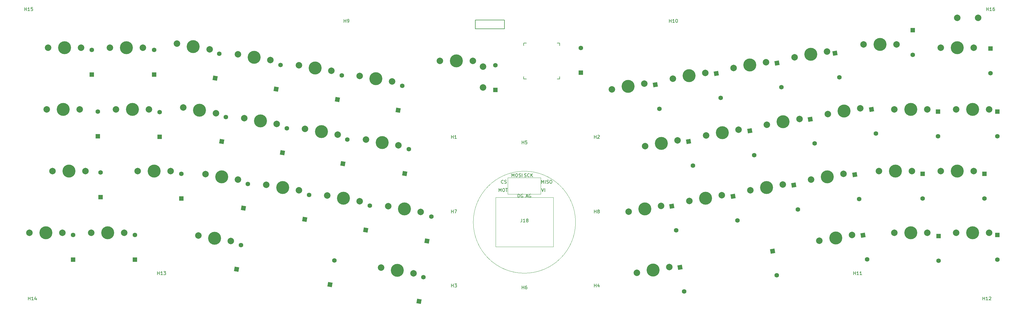
<source format=gbr>
G04 #@! TF.GenerationSoftware,KiCad,Pcbnew,(6.0.0-0)*
G04 #@! TF.CreationDate,2022-01-02T14:27:22+09:00*
G04 #@! TF.ProjectId,aliceball,616c6963-6562-4616-9c6c-2e6b69636164,rev?*
G04 #@! TF.SameCoordinates,Original*
G04 #@! TF.FileFunction,Legend,Top*
G04 #@! TF.FilePolarity,Positive*
%FSLAX46Y46*%
G04 Gerber Fmt 4.6, Leading zero omitted, Abs format (unit mm)*
G04 Created by KiCad (PCBNEW (6.0.0-0)) date 2022-01-02 14:27:22*
%MOMM*%
%LPD*%
G01*
G04 APERTURE LIST*
G04 Aperture macros list*
%AMRotRect*
0 Rectangle, with rotation*
0 The origin of the aperture is its center*
0 $1 length*
0 $2 width*
0 $3 Rotation angle, in degrees counterclockwise*
0 Add horizontal line*
21,1,$1,$2,0,0,$3*%
G04 Aperture macros list end*
%ADD10C,0.150000*%
%ADD11C,0.120000*%
%ADD12C,2.000000*%
%ADD13C,4.000000*%
%ADD14R,1.397000X1.397000*%
%ADD15C,1.397000*%
%ADD16RotRect,1.397000X1.397000X280.000000*%
%ADD17RotRect,1.397000X1.397000X80.000000*%
G04 APERTURE END LIST*
D10*
X317277904Y-107932880D02*
X317277904Y-106932880D01*
X317277904Y-107409071D02*
X317849333Y-107409071D01*
X317849333Y-107932880D02*
X317849333Y-106932880D01*
X318849333Y-107932880D02*
X318277904Y-107932880D01*
X318563619Y-107932880D02*
X318563619Y-106932880D01*
X318468380Y-107075738D01*
X318373142Y-107170976D01*
X318277904Y-107218595D01*
X319230285Y-107028119D02*
X319277904Y-106980500D01*
X319373142Y-106932880D01*
X319611238Y-106932880D01*
X319706476Y-106980500D01*
X319754095Y-107028119D01*
X319801714Y-107123357D01*
X319801714Y-107218595D01*
X319754095Y-107361452D01*
X319182666Y-107932880D01*
X319801714Y-107932880D01*
X197548595Y-103932380D02*
X197548595Y-102932380D01*
X197548595Y-103408571D02*
X198120023Y-103408571D01*
X198120023Y-103932380D02*
X198120023Y-102932380D01*
X199024785Y-103265714D02*
X199024785Y-103932380D01*
X198786690Y-102884761D02*
X198548595Y-103599047D01*
X199167642Y-103599047D01*
X22002904Y-18588380D02*
X22002904Y-17588380D01*
X22002904Y-18064571D02*
X22574333Y-18064571D01*
X22574333Y-18588380D02*
X22574333Y-17588380D01*
X23574333Y-18588380D02*
X23002904Y-18588380D01*
X23288619Y-18588380D02*
X23288619Y-17588380D01*
X23193380Y-17731238D01*
X23098142Y-17826476D01*
X23002904Y-17874095D01*
X24479095Y-17588380D02*
X24002904Y-17588380D01*
X23955285Y-18064571D01*
X24002904Y-18016952D01*
X24098142Y-17969333D01*
X24336238Y-17969333D01*
X24431476Y-18016952D01*
X24479095Y-18064571D01*
X24526714Y-18159809D01*
X24526714Y-18397904D01*
X24479095Y-18493142D01*
X24431476Y-18540761D01*
X24336238Y-18588380D01*
X24098142Y-18588380D01*
X24002904Y-18540761D01*
X23955285Y-18493142D01*
X318420904Y-18588380D02*
X318420904Y-17588380D01*
X318420904Y-18064571D02*
X318992333Y-18064571D01*
X318992333Y-18588380D02*
X318992333Y-17588380D01*
X319992333Y-18588380D02*
X319420904Y-18588380D01*
X319706619Y-18588380D02*
X319706619Y-17588380D01*
X319611380Y-17731238D01*
X319516142Y-17826476D01*
X319420904Y-17874095D01*
X320849476Y-17588380D02*
X320659000Y-17588380D01*
X320563761Y-17636000D01*
X320516142Y-17683619D01*
X320420904Y-17826476D01*
X320373285Y-18016952D01*
X320373285Y-18397904D01*
X320420904Y-18493142D01*
X320468523Y-18540761D01*
X320563761Y-18588380D01*
X320754238Y-18588380D01*
X320849476Y-18540761D01*
X320897095Y-18493142D01*
X320944714Y-18397904D01*
X320944714Y-18159809D01*
X320897095Y-18064571D01*
X320849476Y-18016952D01*
X320754238Y-17969333D01*
X320563761Y-17969333D01*
X320468523Y-18016952D01*
X320420904Y-18064571D01*
X320373285Y-18159809D01*
X62960404Y-100122380D02*
X62960404Y-99122380D01*
X62960404Y-99598571D02*
X63531833Y-99598571D01*
X63531833Y-100122380D02*
X63531833Y-99122380D01*
X64531833Y-100122380D02*
X63960404Y-100122380D01*
X64246119Y-100122380D02*
X64246119Y-99122380D01*
X64150880Y-99265238D01*
X64055642Y-99360476D01*
X63960404Y-99408095D01*
X64865166Y-99122380D02*
X65484214Y-99122380D01*
X65150880Y-99503333D01*
X65293738Y-99503333D01*
X65388976Y-99550952D01*
X65436595Y-99598571D01*
X65484214Y-99693809D01*
X65484214Y-99931904D01*
X65436595Y-100027142D01*
X65388976Y-100074761D01*
X65293738Y-100122380D01*
X65008023Y-100122380D01*
X64912785Y-100074761D01*
X64865166Y-100027142D01*
X220694404Y-22207880D02*
X220694404Y-21207880D01*
X220694404Y-21684071D02*
X221265833Y-21684071D01*
X221265833Y-22207880D02*
X221265833Y-21207880D01*
X222265833Y-22207880D02*
X221694404Y-22207880D01*
X221980119Y-22207880D02*
X221980119Y-21207880D01*
X221884880Y-21350738D01*
X221789642Y-21445976D01*
X221694404Y-21493595D01*
X222884880Y-21207880D02*
X222980119Y-21207880D01*
X223075357Y-21255500D01*
X223122976Y-21303119D01*
X223170595Y-21398357D01*
X223218214Y-21588833D01*
X223218214Y-21826928D01*
X223170595Y-22017404D01*
X223122976Y-22112642D01*
X223075357Y-22160261D01*
X222980119Y-22207880D01*
X222884880Y-22207880D01*
X222789642Y-22160261D01*
X222742023Y-22112642D01*
X222694404Y-22017404D01*
X222646785Y-21826928D01*
X222646785Y-21588833D01*
X222694404Y-21398357D01*
X222742023Y-21303119D01*
X222789642Y-21255500D01*
X222884880Y-21207880D01*
X175212476Y-82840380D02*
X175212476Y-83554666D01*
X175164857Y-83697523D01*
X175069619Y-83792761D01*
X174926761Y-83840380D01*
X174831523Y-83840380D01*
X176212476Y-83840380D02*
X175641047Y-83840380D01*
X175926761Y-83840380D02*
X175926761Y-82840380D01*
X175831523Y-82983238D01*
X175736285Y-83078476D01*
X175641047Y-83126095D01*
X176783904Y-83268952D02*
X176688666Y-83221333D01*
X176641047Y-83173714D01*
X176593428Y-83078476D01*
X176593428Y-83030857D01*
X176641047Y-82935619D01*
X176688666Y-82888000D01*
X176783904Y-82840380D01*
X176974380Y-82840380D01*
X177069619Y-82888000D01*
X177117238Y-82935619D01*
X177164857Y-83030857D01*
X177164857Y-83078476D01*
X177117238Y-83173714D01*
X177069619Y-83221333D01*
X176974380Y-83268952D01*
X176783904Y-83268952D01*
X176688666Y-83316571D01*
X176641047Y-83364190D01*
X176593428Y-83459428D01*
X176593428Y-83649904D01*
X176641047Y-83745142D01*
X176688666Y-83792761D01*
X176783904Y-83840380D01*
X176974380Y-83840380D01*
X177069619Y-83792761D01*
X177117238Y-83745142D01*
X177164857Y-83649904D01*
X177164857Y-83459428D01*
X177117238Y-83364190D01*
X177069619Y-83316571D01*
X176974380Y-83268952D01*
X176006285Y-69814761D02*
X176149142Y-69862380D01*
X176387238Y-69862380D01*
X176482476Y-69814761D01*
X176530095Y-69767142D01*
X176577714Y-69671904D01*
X176577714Y-69576666D01*
X176530095Y-69481428D01*
X176482476Y-69433809D01*
X176387238Y-69386190D01*
X176196761Y-69338571D01*
X176101523Y-69290952D01*
X176053904Y-69243333D01*
X176006285Y-69148095D01*
X176006285Y-69052857D01*
X176053904Y-68957619D01*
X176101523Y-68910000D01*
X176196761Y-68862380D01*
X176434857Y-68862380D01*
X176577714Y-68910000D01*
X177577714Y-69767142D02*
X177530095Y-69814761D01*
X177387238Y-69862380D01*
X177292000Y-69862380D01*
X177149142Y-69814761D01*
X177053904Y-69719523D01*
X177006285Y-69624285D01*
X176958666Y-69433809D01*
X176958666Y-69290952D01*
X177006285Y-69100476D01*
X177053904Y-69005238D01*
X177149142Y-68910000D01*
X177292000Y-68862380D01*
X177387238Y-68862380D01*
X177530095Y-68910000D01*
X177577714Y-68957619D01*
X178006285Y-69862380D02*
X178006285Y-68862380D01*
X178577714Y-69862380D02*
X178149142Y-69290952D01*
X178577714Y-68862380D02*
X178006285Y-69433809D01*
X172164571Y-69862380D02*
X172164571Y-68862380D01*
X172497904Y-69576666D01*
X172831238Y-68862380D01*
X172831238Y-69862380D01*
X173497904Y-68862380D02*
X173688380Y-68862380D01*
X173783619Y-68910000D01*
X173878857Y-69005238D01*
X173926476Y-69195714D01*
X173926476Y-69529047D01*
X173878857Y-69719523D01*
X173783619Y-69814761D01*
X173688380Y-69862380D01*
X173497904Y-69862380D01*
X173402666Y-69814761D01*
X173307428Y-69719523D01*
X173259809Y-69529047D01*
X173259809Y-69195714D01*
X173307428Y-69005238D01*
X173402666Y-68910000D01*
X173497904Y-68862380D01*
X174307428Y-69814761D02*
X174450285Y-69862380D01*
X174688380Y-69862380D01*
X174783619Y-69814761D01*
X174831238Y-69767142D01*
X174878857Y-69671904D01*
X174878857Y-69576666D01*
X174831238Y-69481428D01*
X174783619Y-69433809D01*
X174688380Y-69386190D01*
X174497904Y-69338571D01*
X174402666Y-69290952D01*
X174355047Y-69243333D01*
X174307428Y-69148095D01*
X174307428Y-69052857D01*
X174355047Y-68957619D01*
X174402666Y-68910000D01*
X174497904Y-68862380D01*
X174736000Y-68862380D01*
X174878857Y-68910000D01*
X175307428Y-69862380D02*
X175307428Y-68862380D01*
X181292571Y-73434380D02*
X181625904Y-74434380D01*
X181959238Y-73434380D01*
X182292571Y-74434380D02*
X182292571Y-73434380D01*
X173990095Y-76212380D02*
X173990095Y-75212380D01*
X174228190Y-75212380D01*
X174371047Y-75260000D01*
X174466285Y-75355238D01*
X174513904Y-75450476D01*
X174561523Y-75640952D01*
X174561523Y-75783809D01*
X174513904Y-75974285D01*
X174466285Y-76069523D01*
X174371047Y-76164761D01*
X174228190Y-76212380D01*
X173990095Y-76212380D01*
X175513904Y-75260000D02*
X175418666Y-75212380D01*
X175275809Y-75212380D01*
X175132952Y-75260000D01*
X175037714Y-75355238D01*
X174990095Y-75450476D01*
X174942476Y-75640952D01*
X174942476Y-75783809D01*
X174990095Y-75974285D01*
X175037714Y-76069523D01*
X175132952Y-76164761D01*
X175275809Y-76212380D01*
X175371047Y-76212380D01*
X175513904Y-76164761D01*
X175561523Y-76117142D01*
X175561523Y-75783809D01*
X175371047Y-75783809D01*
X176553904Y-75926666D02*
X177030095Y-75926666D01*
X176458666Y-76212380D02*
X176792000Y-75212380D01*
X177125333Y-76212380D01*
X177982476Y-75260000D02*
X177887238Y-75212380D01*
X177744380Y-75212380D01*
X177601523Y-75260000D01*
X177506285Y-75355238D01*
X177458666Y-75450476D01*
X177411047Y-75640952D01*
X177411047Y-75783809D01*
X177458666Y-75974285D01*
X177506285Y-76069523D01*
X177601523Y-76164761D01*
X177744380Y-76212380D01*
X177839619Y-76212380D01*
X177982476Y-76164761D01*
X178030095Y-76117142D01*
X178030095Y-75783809D01*
X177839619Y-75783809D01*
X168179904Y-74434380D02*
X168179904Y-73434380D01*
X168513238Y-74148666D01*
X168846571Y-73434380D01*
X168846571Y-74434380D01*
X169513238Y-73434380D02*
X169703714Y-73434380D01*
X169798952Y-73482000D01*
X169894190Y-73577238D01*
X169941809Y-73767714D01*
X169941809Y-74101047D01*
X169894190Y-74291523D01*
X169798952Y-74386761D01*
X169703714Y-74434380D01*
X169513238Y-74434380D01*
X169418000Y-74386761D01*
X169322761Y-74291523D01*
X169275142Y-74101047D01*
X169275142Y-73767714D01*
X169322761Y-73577238D01*
X169418000Y-73482000D01*
X169513238Y-73434380D01*
X170227523Y-73434380D02*
X170798952Y-73434380D01*
X170513238Y-74434380D02*
X170513238Y-73434380D01*
X169505333Y-71799142D02*
X169457714Y-71846761D01*
X169314857Y-71894380D01*
X169219619Y-71894380D01*
X169076761Y-71846761D01*
X168981523Y-71751523D01*
X168933904Y-71656285D01*
X168886285Y-71465809D01*
X168886285Y-71322952D01*
X168933904Y-71132476D01*
X168981523Y-71037238D01*
X169076761Y-70942000D01*
X169219619Y-70894380D01*
X169314857Y-70894380D01*
X169457714Y-70942000D01*
X169505333Y-70989619D01*
X169886285Y-71846761D02*
X170029142Y-71894380D01*
X170267238Y-71894380D01*
X170362476Y-71846761D01*
X170410095Y-71799142D01*
X170457714Y-71703904D01*
X170457714Y-71608666D01*
X170410095Y-71513428D01*
X170362476Y-71465809D01*
X170267238Y-71418190D01*
X170076761Y-71370571D01*
X169981523Y-71322952D01*
X169933904Y-71275333D01*
X169886285Y-71180095D01*
X169886285Y-71084857D01*
X169933904Y-70989619D01*
X169981523Y-70942000D01*
X170076761Y-70894380D01*
X170314857Y-70894380D01*
X170457714Y-70942000D01*
X181308571Y-71894380D02*
X181308571Y-70894380D01*
X181641904Y-71608666D01*
X181975238Y-70894380D01*
X181975238Y-71894380D01*
X182451428Y-71894380D02*
X182451428Y-70894380D01*
X182880000Y-71846761D02*
X183022857Y-71894380D01*
X183260952Y-71894380D01*
X183356190Y-71846761D01*
X183403809Y-71799142D01*
X183451428Y-71703904D01*
X183451428Y-71608666D01*
X183403809Y-71513428D01*
X183356190Y-71465809D01*
X183260952Y-71418190D01*
X183070476Y-71370571D01*
X182975238Y-71322952D01*
X182927619Y-71275333D01*
X182880000Y-71180095D01*
X182880000Y-71084857D01*
X182927619Y-70989619D01*
X182975238Y-70942000D01*
X183070476Y-70894380D01*
X183308571Y-70894380D01*
X183451428Y-70942000D01*
X184070476Y-70894380D02*
X184260952Y-70894380D01*
X184356190Y-70942000D01*
X184451428Y-71037238D01*
X184499047Y-71227714D01*
X184499047Y-71561047D01*
X184451428Y-71751523D01*
X184356190Y-71846761D01*
X184260952Y-71894380D01*
X184070476Y-71894380D01*
X183975238Y-71846761D01*
X183880000Y-71751523D01*
X183832380Y-71561047D01*
X183832380Y-71227714D01*
X183880000Y-71037238D01*
X183975238Y-70942000D01*
X184070476Y-70894380D01*
X197548595Y-58021880D02*
X197548595Y-57021880D01*
X197548595Y-57498071D02*
X198120023Y-57498071D01*
X198120023Y-58021880D02*
X198120023Y-57021880D01*
X198548595Y-57117119D02*
X198596214Y-57069500D01*
X198691452Y-57021880D01*
X198929547Y-57021880D01*
X199024785Y-57069500D01*
X199072404Y-57117119D01*
X199120023Y-57212357D01*
X199120023Y-57307595D01*
X199072404Y-57450452D01*
X198500976Y-58021880D01*
X199120023Y-58021880D01*
X23145904Y-107932880D02*
X23145904Y-106932880D01*
X23145904Y-107409071D02*
X23717333Y-107409071D01*
X23717333Y-107932880D02*
X23717333Y-106932880D01*
X24717333Y-107932880D02*
X24145904Y-107932880D01*
X24431619Y-107932880D02*
X24431619Y-106932880D01*
X24336380Y-107075738D01*
X24241142Y-107170976D01*
X24145904Y-107218595D01*
X25574476Y-107266214D02*
X25574476Y-107932880D01*
X25336380Y-106885261D02*
X25098285Y-107599547D01*
X25717333Y-107599547D01*
X277463404Y-100122380D02*
X277463404Y-99122380D01*
X277463404Y-99598571D02*
X278034833Y-99598571D01*
X278034833Y-100122380D02*
X278034833Y-99122380D01*
X279034833Y-100122380D02*
X278463404Y-100122380D01*
X278749119Y-100122380D02*
X278749119Y-99122380D01*
X278653880Y-99265238D01*
X278558642Y-99360476D01*
X278463404Y-99408095D01*
X279987214Y-100122380D02*
X279415785Y-100122380D01*
X279701500Y-100122380D02*
X279701500Y-99122380D01*
X279606261Y-99265238D01*
X279511023Y-99360476D01*
X279415785Y-99408095D01*
X175260095Y-59736380D02*
X175260095Y-58736380D01*
X175260095Y-59212571D02*
X175831523Y-59212571D01*
X175831523Y-59736380D02*
X175831523Y-58736380D01*
X176783904Y-58736380D02*
X176307714Y-58736380D01*
X176260095Y-59212571D01*
X176307714Y-59164952D01*
X176402952Y-59117333D01*
X176641047Y-59117333D01*
X176736285Y-59164952D01*
X176783904Y-59212571D01*
X176831523Y-59307809D01*
X176831523Y-59545904D01*
X176783904Y-59641142D01*
X176736285Y-59688761D01*
X176641047Y-59736380D01*
X176402952Y-59736380D01*
X176307714Y-59688761D01*
X176260095Y-59641142D01*
X197548595Y-81072380D02*
X197548595Y-80072380D01*
X197548595Y-80548571D02*
X198120023Y-80548571D01*
X198120023Y-81072380D02*
X198120023Y-80072380D01*
X198739071Y-80500952D02*
X198643833Y-80453333D01*
X198596214Y-80405714D01*
X198548595Y-80310476D01*
X198548595Y-80262857D01*
X198596214Y-80167619D01*
X198643833Y-80120000D01*
X198739071Y-80072380D01*
X198929547Y-80072380D01*
X199024785Y-80120000D01*
X199072404Y-80167619D01*
X199120023Y-80262857D01*
X199120023Y-80310476D01*
X199072404Y-80405714D01*
X199024785Y-80453333D01*
X198929547Y-80500952D01*
X198739071Y-80500952D01*
X198643833Y-80548571D01*
X198596214Y-80596190D01*
X198548595Y-80691428D01*
X198548595Y-80881904D01*
X198596214Y-80977142D01*
X198643833Y-81024761D01*
X198739071Y-81072380D01*
X198929547Y-81072380D01*
X199024785Y-81024761D01*
X199072404Y-80977142D01*
X199120023Y-80881904D01*
X199120023Y-80691428D01*
X199072404Y-80596190D01*
X199024785Y-80548571D01*
X198929547Y-80500952D01*
X153543095Y-103932380D02*
X153543095Y-102932380D01*
X153543095Y-103408571D02*
X154114523Y-103408571D01*
X154114523Y-103932380D02*
X154114523Y-102932380D01*
X154495476Y-102932380D02*
X155114523Y-102932380D01*
X154781190Y-103313333D01*
X154924047Y-103313333D01*
X155019285Y-103360952D01*
X155066904Y-103408571D01*
X155114523Y-103503809D01*
X155114523Y-103741904D01*
X155066904Y-103837142D01*
X155019285Y-103884761D01*
X154924047Y-103932380D01*
X154638333Y-103932380D01*
X154543095Y-103884761D01*
X154495476Y-103837142D01*
X153543095Y-81072380D02*
X153543095Y-80072380D01*
X153543095Y-80548571D02*
X154114523Y-80548571D01*
X154114523Y-81072380D02*
X154114523Y-80072380D01*
X154495476Y-80072380D02*
X155162142Y-80072380D01*
X154733571Y-81072380D01*
X175260095Y-104503880D02*
X175260095Y-103503880D01*
X175260095Y-103980071D02*
X175831523Y-103980071D01*
X175831523Y-104503880D02*
X175831523Y-103503880D01*
X176736285Y-103503880D02*
X176545809Y-103503880D01*
X176450571Y-103551500D01*
X176402952Y-103599119D01*
X176307714Y-103741976D01*
X176260095Y-103932452D01*
X176260095Y-104313404D01*
X176307714Y-104408642D01*
X176355333Y-104456261D01*
X176450571Y-104503880D01*
X176641047Y-104503880D01*
X176736285Y-104456261D01*
X176783904Y-104408642D01*
X176831523Y-104313404D01*
X176831523Y-104075309D01*
X176783904Y-103980071D01*
X176736285Y-103932452D01*
X176641047Y-103884833D01*
X176450571Y-103884833D01*
X176355333Y-103932452D01*
X176307714Y-103980071D01*
X176260095Y-104075309D01*
X120396095Y-22207880D02*
X120396095Y-21207880D01*
X120396095Y-21684071D02*
X120967523Y-21684071D01*
X120967523Y-22207880D02*
X120967523Y-21207880D01*
X121491333Y-22207880D02*
X121681809Y-22207880D01*
X121777047Y-22160261D01*
X121824666Y-22112642D01*
X121919904Y-21969785D01*
X121967523Y-21779309D01*
X121967523Y-21398357D01*
X121919904Y-21303119D01*
X121872285Y-21255500D01*
X121777047Y-21207880D01*
X121586571Y-21207880D01*
X121491333Y-21255500D01*
X121443714Y-21303119D01*
X121396095Y-21398357D01*
X121396095Y-21636452D01*
X121443714Y-21731690D01*
X121491333Y-21779309D01*
X121586571Y-21826928D01*
X121777047Y-21826928D01*
X121872285Y-21779309D01*
X121919904Y-21731690D01*
X121967523Y-21636452D01*
X153543095Y-58021880D02*
X153543095Y-57021880D01*
X153543095Y-57498071D02*
X154114523Y-57498071D01*
X154114523Y-58021880D02*
X154114523Y-57021880D01*
X155114523Y-58021880D02*
X154543095Y-58021880D01*
X154828809Y-58021880D02*
X154828809Y-57021880D01*
X154733571Y-57164738D01*
X154638333Y-57259976D01*
X154543095Y-57307595D01*
X186912250Y-39655750D02*
X186912250Y-38862000D01*
X186118500Y-39655750D02*
X186912250Y-39655750D01*
X176593500Y-28543250D02*
X175799750Y-28543250D01*
X175799750Y-39655750D02*
X176593500Y-39655750D01*
X186912250Y-28543250D02*
X186912250Y-29337000D01*
X186118500Y-28543250D02*
X186912250Y-28543250D01*
X175799750Y-28543250D02*
X175799750Y-29337000D01*
X175799750Y-38862000D02*
X175799750Y-39655750D01*
X160854000Y-24169500D02*
X160854000Y-21419500D01*
X169854000Y-21419500D02*
X169854000Y-24169500D01*
X169854000Y-24169500D02*
X160854000Y-24169500D01*
X160854000Y-21419500D02*
X169854000Y-21419500D01*
D11*
X181030751Y-75194183D02*
X170870751Y-75194183D01*
X170870751Y-75194183D02*
X170870751Y-70114183D01*
X170870751Y-70114183D02*
X181030751Y-70114183D01*
X181030751Y-70114183D02*
X181030751Y-75194183D01*
X167132000Y-76268000D02*
X184912000Y-76268000D01*
X184912000Y-76268000D02*
X184912000Y-91508000D01*
X184912000Y-91508000D02*
X167132000Y-91508000D01*
X167132000Y-91508000D02*
X167132000Y-76268000D01*
X191772000Y-83888000D02*
G75*
G03*
X191772000Y-83888000I-15750000J0D01*
G01*
D12*
X50165000Y-49021817D03*
D13*
X55245000Y-49021817D03*
D12*
X60325000Y-49021817D03*
D13*
X53340000Y-29971817D03*
D12*
X48260000Y-29971817D03*
X58420000Y-29971817D03*
D13*
X35623500Y-68071817D03*
D12*
X40703500Y-68071817D03*
X30543500Y-68071817D03*
D13*
X34290000Y-29971817D03*
D12*
X29210000Y-29971817D03*
X39370000Y-29971817D03*
X28829000Y-49021817D03*
X38989000Y-49021817D03*
D13*
X33909000Y-49021817D03*
D12*
X42545000Y-87121817D03*
X52705000Y-87121817D03*
D13*
X47625000Y-87121817D03*
D12*
X56832500Y-68071817D03*
D13*
X61912500Y-68071817D03*
D12*
X66992500Y-68071817D03*
X78975769Y-30528625D03*
D13*
X73972946Y-29646492D03*
D12*
X68970123Y-28764359D03*
D13*
X28575000Y-87121817D03*
D12*
X23495000Y-87121817D03*
X33655000Y-87121817D03*
D13*
X92733533Y-32954490D03*
D12*
X87730710Y-32072357D03*
X97736356Y-33836623D03*
X141842855Y-99645420D03*
X131837209Y-97881154D03*
D13*
X136840032Y-98763287D03*
D12*
X106491298Y-35380355D03*
X116496944Y-37144621D03*
D13*
X111494121Y-36262488D03*
D12*
X125251886Y-38688354D03*
X135257532Y-40452620D03*
D13*
X130254709Y-39570487D03*
D12*
X309054500Y-87121817D03*
X319214500Y-87121817D03*
D13*
X314134500Y-87121817D03*
X314134500Y-49021817D03*
D12*
X309054500Y-49021817D03*
X319214500Y-49021817D03*
X304292000Y-68071817D03*
X314452000Y-68071817D03*
D13*
X309372000Y-68071817D03*
D12*
X314452000Y-29971817D03*
D13*
X309372000Y-29971817D03*
D12*
X304292000Y-29971817D03*
D14*
X45360000Y-76110000D03*
D15*
X45360000Y-68490000D03*
D14*
X317754000Y-68961000D03*
D15*
X317754000Y-76581000D03*
D16*
X258989900Y-72447882D03*
D15*
X260313100Y-79952118D03*
D14*
X303657000Y-88201500D03*
D15*
X303657000Y-95821500D03*
D17*
X101446400Y-62426118D03*
D15*
X102769600Y-54921882D03*
D12*
X290004500Y-49021817D03*
D13*
X295084500Y-49021817D03*
D12*
X300164500Y-49021817D03*
X210649221Y-99541538D03*
D13*
X215652044Y-98659405D03*
D12*
X220654867Y-97777272D03*
D14*
X167068500Y-43053000D03*
D15*
X167068500Y-35433000D03*
D14*
X193357500Y-37719000D03*
D15*
X193357500Y-30099000D03*
D13*
X269376233Y-69842504D03*
D12*
X264373410Y-70724637D03*
X274379056Y-68960371D03*
D16*
X245464400Y-55683882D03*
D15*
X246787600Y-63188118D03*
D13*
X264261084Y-32056689D03*
D12*
X259258261Y-32938822D03*
X269263907Y-31174556D03*
D16*
X277849400Y-69209382D03*
D15*
X279172600Y-76713618D03*
D17*
X82704626Y-58963584D03*
D15*
X84027826Y-51459348D03*
D16*
X282992900Y-49016382D03*
D15*
X284316100Y-56520618D03*
D17*
X80681900Y-39375618D03*
D15*
X82005100Y-31871382D03*
D17*
X137069900Y-49281618D03*
D15*
X138393100Y-41777382D03*
D14*
X70294500Y-76581000D03*
D15*
X70294500Y-68961000D03*
D14*
X61912500Y-38290500D03*
D15*
X61912500Y-30670500D03*
D12*
X70915089Y-48451187D03*
D13*
X75917912Y-49333320D03*
D12*
X80920735Y-50215453D03*
X280479500Y-29019317D03*
D13*
X285559500Y-29019317D03*
D12*
X290639500Y-29019317D03*
D17*
X146023400Y-89667618D03*
D15*
X147346600Y-82163382D03*
D13*
X120261807Y-76496223D03*
D12*
X115258984Y-75614090D03*
X125264630Y-77378356D03*
D14*
X44577000Y-57340500D03*
D15*
X44577000Y-49720500D03*
D12*
X309360500Y-20764500D03*
X315860500Y-20764500D03*
X255618468Y-72268369D03*
D13*
X250615645Y-73150502D03*
D12*
X245612822Y-74032635D03*
D13*
X80558270Y-88839294D03*
D12*
X75555447Y-87957161D03*
X85561093Y-89721427D03*
D17*
X87349400Y-98430618D03*
D15*
X88672600Y-90926382D03*
D12*
X221737086Y-39554817D03*
X231742732Y-37790551D03*
D13*
X226739909Y-38672684D03*
D16*
X223937900Y-97784382D03*
D15*
X225261100Y-105288618D03*
D14*
X298704000Y-68961000D03*
D15*
X298704000Y-76581000D03*
D17*
X139092626Y-68869584D03*
D15*
X140415826Y-61365348D03*
D14*
X42672000Y-38290500D03*
D15*
X42672000Y-30670500D03*
D16*
X271753400Y-31680882D03*
D15*
X273076600Y-39185118D03*
D12*
X241992147Y-55327180D03*
D13*
X236989324Y-56209313D03*
D12*
X231986501Y-57091446D03*
D16*
X252463741Y-92783223D03*
D15*
X253786941Y-100287459D03*
D16*
X253846400Y-34728882D03*
D15*
X255169600Y-42233118D03*
D12*
X279513323Y-48711184D03*
D13*
X274510500Y-49593317D03*
D12*
X269507677Y-50475450D03*
X260752735Y-52019182D03*
D13*
X255749912Y-52901315D03*
D12*
X250747089Y-53783448D03*
D14*
X303466500Y-49720500D03*
D15*
X303466500Y-57340500D03*
D12*
X276936630Y-87853279D03*
X266930984Y-89617545D03*
D13*
X271933807Y-88735412D03*
D12*
X218097293Y-78884364D03*
D13*
X213094470Y-79766497D03*
D12*
X208091647Y-80648630D03*
D13*
X132199675Y-59257313D03*
D12*
X127196852Y-58375180D03*
X137202498Y-60139446D03*
D13*
X113439087Y-55949315D03*
D12*
X118441910Y-56831448D03*
X108436264Y-55067182D03*
D17*
X143546900Y-108336618D03*
D15*
X144870100Y-100832382D03*
D14*
X36957000Y-95440500D03*
D15*
X36957000Y-87820500D03*
D14*
X63627000Y-57531000D03*
D15*
X63627000Y-49911000D03*
D14*
X319659000Y-30289500D03*
D15*
X319659000Y-37909500D03*
D13*
X290322000Y-68071817D03*
D12*
X285242000Y-68071817D03*
X295402000Y-68071817D03*
D16*
X216317900Y-41396382D03*
D15*
X217641100Y-48900618D03*
D12*
X96498396Y-72306092D03*
X106504042Y-74070358D03*
D13*
X101501219Y-73188225D03*
D14*
X56007000Y-95440500D03*
D15*
X56007000Y-87820500D03*
D17*
X120115400Y-65855118D03*
D15*
X121438600Y-58350882D03*
D13*
X139022395Y-79804219D03*
D12*
X144025218Y-80686352D03*
X134019572Y-78922086D03*
D14*
X321754500Y-49720500D03*
D15*
X321754500Y-57340500D03*
D17*
X89444900Y-79571118D03*
D15*
X90768100Y-72066882D03*
D12*
X163258500Y-42302500D03*
X163258500Y-35802500D03*
D17*
X108304400Y-83000118D03*
D15*
X109627600Y-75495882D03*
D14*
X321754500Y-87820500D03*
D15*
X321754500Y-95440500D03*
D17*
X99541400Y-42804618D03*
D15*
X100864600Y-35300382D03*
D13*
X207979321Y-41980682D03*
D12*
X212982144Y-41098549D03*
X202976498Y-42862815D03*
X99681323Y-53523450D03*
D13*
X94678500Y-52641317D03*
D12*
X89675677Y-51759184D03*
X250503320Y-34482554D03*
X240497674Y-36246820D03*
D13*
X245500497Y-35364687D03*
D17*
X116113741Y-103166778D03*
D15*
X117436941Y-95662542D03*
D16*
X240320900Y-75876882D03*
D15*
X241644100Y-83381118D03*
D16*
X264133400Y-52064382D03*
D15*
X265456600Y-59568618D03*
D16*
X280325900Y-87878382D03*
D15*
X281649100Y-95382618D03*
D16*
X226604900Y-58922382D03*
D15*
X227928100Y-66426618D03*
D12*
X300164500Y-87121817D03*
D13*
X295084500Y-87121817D03*
D12*
X290004500Y-87121817D03*
D17*
X127063500Y-86296500D03*
D15*
X128386700Y-78792264D03*
D12*
X236857881Y-75576367D03*
D13*
X231855058Y-76458500D03*
D12*
X226852235Y-77340633D03*
D14*
X295656000Y-24574500D03*
D15*
X295656000Y-32194500D03*
D12*
X87743455Y-70762359D03*
X77737809Y-68998093D03*
D13*
X82740632Y-69880226D03*
D12*
X160147000Y-34099500D03*
X149987000Y-34099500D03*
D13*
X155067000Y-34099500D03*
D12*
X213225914Y-60399444D03*
X223231560Y-58635178D03*
D13*
X218228737Y-59517311D03*
D17*
X118400900Y-46043118D03*
D15*
X119724100Y-38538882D03*
D16*
X235177400Y-37967382D03*
D15*
X236500600Y-45471618D03*
D16*
X221461400Y-78924882D03*
D15*
X222784600Y-86429118D03*
M02*

</source>
